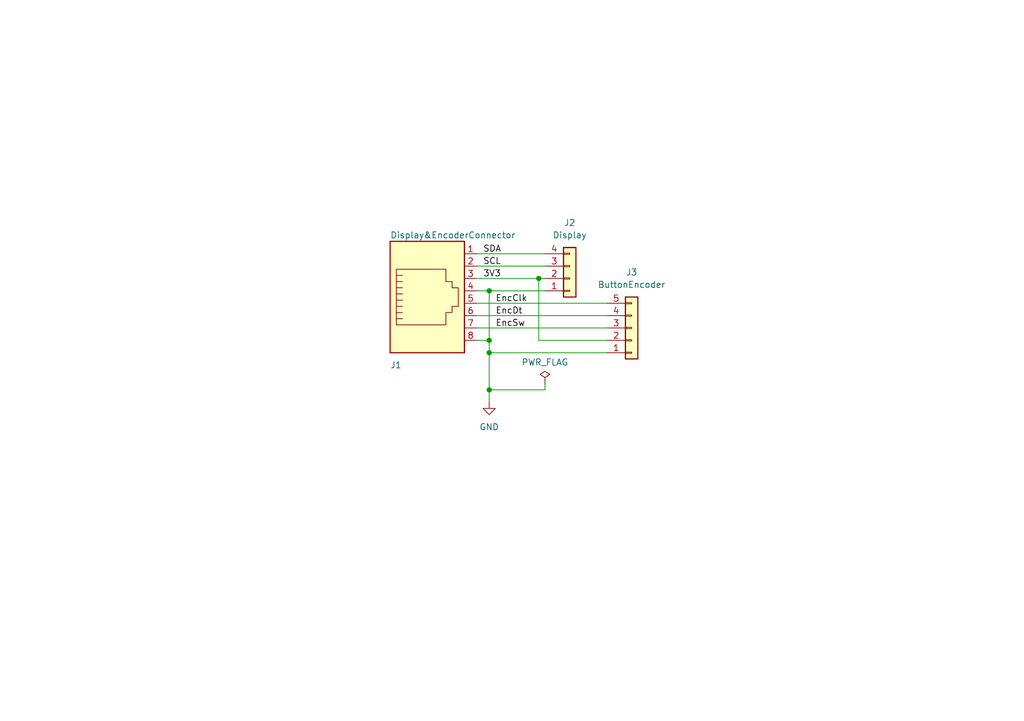
<source format=kicad_sch>
(kicad_sch (version 20211123) (generator eeschema)
  (paper "A5")
  (title_block (title "Regulus Focuser Remote Control") (date "2022-02-07") (company "Radmilo Felix 2022"))
  (lib_symbols
    (symbol "Connector:RJ45" (pin_names (offset 1.016))
      (property "Reference" "J" (at -5.08 13.97 0))
      (property "Value" "RJ45" (at 2.54 13.97 0))
      (symbol "RJ45_0_1"
        (polyline (pts (xy -5.08 4.445) (xy -6.35 4.445)))
        (polyline (pts (xy -5.08 5.715) (xy -6.35 5.715)))
        (polyline (pts (xy -6.35 -3.175) (xy -5.08 -3.175) (xy -5.08 -3.175)))
        (polyline (pts (xy -6.35 -1.905) (xy -5.08 -1.905) (xy -5.08 -1.905)))
        (polyline (pts (xy -6.35 -0.635) (xy -5.08 -0.635) (xy -5.08 -0.635)))
        (polyline (pts (xy -6.35 0.635) (xy -5.08 0.635) (xy -5.08 0.635)))
        (polyline (pts (xy -6.35 1.905) (xy -5.08 1.905) (xy -5.08 1.905)))
        (polyline (pts (xy -5.08 3.175) (xy -6.35 3.175) (xy -6.35 3.175)))
        (polyline (pts (xy -6.35 -4.445) (xy -6.35 6.985) (xy 3.81 6.985) (xy 3.81 4.445) (xy 5.08 4.445) (xy 5.08 3.175) (xy 6.35 3.175) (xy 6.35 -0.635) (xy 5.08 -0.635) (xy 5.08 -1.905) (xy 3.81 -1.905) (xy 3.81 -4.445) (xy -6.35 -4.445) (xy -6.35 -4.445)))
        (rectangle (start 7.62 12.7) (end -7.62 -10.16) (stroke (width 0.254)) (fill (type background)))
      )
      (symbol "RJ45_1_1"
        (pin passive line (at 10.16 -7.62 180) (length 2.54) (name "~") (number "1"))
        (pin passive line (at 10.16 -5.08 180) (length 2.54) (name "~") (number "2"))
        (pin passive line (at 10.16 -2.54 180) (length 2.54) (name "~") (number "3"))
        (pin passive line (at 10.16 0 180) (length 2.54) (name "~") (number "4"))
        (pin passive line (at 10.16 2.54 180) (length 2.54) (name "~") (number "5"))
        (pin passive line (at 10.16 5.08 180) (length 2.54) (name "~") (number "6"))
        (pin passive line (at 10.16 7.62 180) (length 2.54) (name "~") (number "7"))
        (pin passive line (at 10.16 10.16 180) (length 2.54) (name "~") (number "8"))
      )
    )
    (symbol "Connector_Generic:Conn_01x04" (pin_names (offset 1.016) hide)
      (property "Reference" "J" (at 0 5.08 0))
      (property "Value" "Conn_01x04" (at 0 -7.62 0))
      (symbol "Conn_01x04_1_1"
        (rectangle (start -1.27 -4.953) (end 0 -5.207) (stroke (width 0.1524)))
        (rectangle (start -1.27 -2.413) (end 0 -2.667) (stroke (width 0.1524)))
        (rectangle (start -1.27 0.127) (end 0 -0.127) (stroke (width 0.1524)))
        (rectangle (start -1.27 2.667) (end 0 2.413) (stroke (width 0.1524)))
        (rectangle (start -1.27 3.81) (end 1.27 -6.35) (stroke (width 0.254)) (fill (type background)))
        (pin passive line (at -5.08 2.54 0) (length 3.81) (name "Pin_1") (number "1"))
        (pin passive line (at -5.08 0 0) (length 3.81) (name "Pin_2") (number "2"))
        (pin passive line (at -5.08 -2.54 0) (length 3.81) (name "Pin_3") (number "3"))
        (pin passive line (at -5.08 -5.08 0) (length 3.81) (name "Pin_4") (number "4"))
      )
    )
    (symbol "Connector_Generic:Conn_01x05" (pin_names (offset 1.016) hide)
      (property "Reference" "J" (at 0 7.62 0))
      (property "Value" "Conn_01x05" (at 0 -7.62 0))
      (symbol "Conn_01x05_1_1"
        (rectangle (start -1.27 -4.953) (end 0 -5.207) (stroke (width 0.1524)))
        (rectangle (start -1.27 -2.413) (end 0 -2.667) (stroke (width 0.1524)))
        (rectangle (start -1.27 0.127) (end 0 -0.127) (stroke (width 0.1524)))
        (rectangle (start -1.27 2.667) (end 0 2.413) (stroke (width 0.1524)))
        (rectangle (start -1.27 5.207) (end 0 4.953) (stroke (width 0.1524)))
        (rectangle (start -1.27 6.35) (end 1.27 -6.35) (stroke (width 0.254)) (fill (type background)))
        (pin passive line (at -5.08 5.08 0) (length 3.81) (name "Pin_1") (number "1"))
        (pin passive line (at -5.08 2.54 0) (length 3.81) (name "Pin_2") (number "2"))
        (pin passive line (at -5.08 0 0) (length 3.81) (name "Pin_3") (number "3"))
        (pin passive line (at -5.08 -2.54 0) (length 3.81) (name "Pin_4") (number "4"))
        (pin passive line (at -5.08 -5.08 0) (length 3.81) (name "Pin_5") (number "5"))
      )
    )
    (symbol "power:GND" (power) (pin_names (offset 0))
      (property "Value" "GND" (at 0 -3.81 0))
      (symbol "GND_0_1"
        (polyline (pts (xy 0 0) (xy 0 -1.27) (xy 1.27 -1.27) (xy 0 -2.54) (xy -1.27 -1.27) (xy 0 -1.27)))
      )
      (symbol "GND_1_1"
        (pin power_in line (at 0 0 270) (length 0) hide (name "GND") (number "1"))
      )
    )
    (symbol "power:PWR_FLAG" (power) (pin_numbers hide) (pin_names (offset 0) hide)
      (property "Value" "PWR_FLAG" (at 0 3.81 0))
      (symbol "PWR_FLAG_0_0"
        (pin power_out line (at 0 0 90) (length 0) (name "pwr") (number "1"))
      )
      (symbol "PWR_FLAG_0_1"
        (polyline (pts (xy 0 0) (xy 0 1.27) (xy -1.016 1.905) (xy 0 2.54) (xy 1.016 1.905) (xy 0 1.27)))
      )
    )
  )
  (junction (at 100.33 69.85))
  (junction (at 100.33 72.39))
  (junction (at 100.33 59.69))
  (junction (at 110.49 57.15))
  (junction (at 100.33 80.01))
  (wire (pts (xy 97.79 59.69) (xy 100.33 59.69)))
  (wire (pts (xy 97.79 52.07) (xy 111.76 52.07)))
  (wire (pts (xy 97.79 67.31) (xy 124.46 67.31)))
  (wire (pts (xy 111.76 78.74) (xy 111.76 80.01)))
  (wire (pts (xy 97.79 62.23) (xy 124.46 62.23)))
  (wire (pts (xy 100.33 59.69) (xy 111.76 59.69)))
  (wire (pts (xy 100.33 59.69) (xy 100.33 69.85)))
  (wire (pts (xy 100.33 69.85) (xy 100.33 72.39)))
  (wire (pts (xy 100.33 72.39) (xy 124.46 72.39)))
  (wire (pts (xy 100.33 72.39) (xy 100.33 80.01)))
  (wire (pts (xy 97.79 57.15) (xy 110.49 57.15)))
  (wire (pts (xy 97.79 69.85) (xy 100.33 69.85)))
  (wire (pts (xy 97.79 64.77) (xy 124.46 64.77)))
  (wire (pts (xy 110.49 69.85) (xy 110.49 57.15)))
  (wire (pts (xy 124.46 69.85) (xy 110.49 69.85)))
  (wire (pts (xy 100.33 80.01) (xy 100.33 82.55)))
  (wire (pts (xy 110.49 57.15) (xy 111.76 57.15)))
  (wire (pts (xy 97.79 54.61) (xy 111.76 54.61)))
  (wire (pts (xy 111.76 80.01) (xy 100.33 80.01)))
  (label "SCL" (at 99.06 54.61 0))
  (label "EncClk" (at 101.6 62.23 0))
  (label "EncSw" (at 101.6 67.31 0))
  (label "EncDt" (at 101.6 64.77 0))
  (label "SDA" (at 99.06 52.07 0))
  (label "3V3" (at 99.06 57.15 0))
  (symbol (lib_id "Connector:RJ45") (at 87.63 59.69 0) (mirror x) (unit 1)
    (property "Reference" "J1" (at 80.01 74.93 0) (effects (justify left)))
    (property "Value" "Display&EncoderConnector" (at 80.01 48.26 0) (effects (justify left)))
    (property "Footprint" "Connector_RJ:RJ45_Amphenol_54602-x08_Horizontal" (effects hide))
  )
  (symbol (lib_id "power:PWR_FLAG") (at 111.76 78.74 0) (unit 1)
    (property "Reference" "#FLG0101" (effects hide))
    (property "Value" "PWR_FLAG" (at 111.76 74.3458 0))
  )
  (symbol (lib_id "Connector_Generic:Conn_01x04") (at 116.84 57.15 0) (mirror x) (unit 1)
    (property "Reference" "J2" (at 116.84 45.72 0))
    (property "Value" "Display" (at 116.84 48.26 0))
    (property "Footprint" "Connector_PinHeader_2.54mm:PinHeader_1x04_P2.54mm_Vertical" (effects hide))
  )
  (symbol (lib_id "power:GND") (at 100.33 82.55 0) (mirror y) (unit 1)
    (property "Reference" "#PWR01" (effects hide))
    (property "Value" "GND" (at 100.33 87.63 0))
  )
  (symbol (lib_id "Connector_Generic:Conn_01x05") (at 129.54 67.31 0) (mirror x) (unit 1)
    (property "Reference" "J3" (at 129.54 55.88 0))
    (property "Value" "ButtonEncoder" (at 129.54 58.42 0))
    (property "Footprint" "Connector_PinHeader_2.54mm:PinHeader_1x05_P2.54mm_Vertical" (effects hide))
  )
)
</source>
